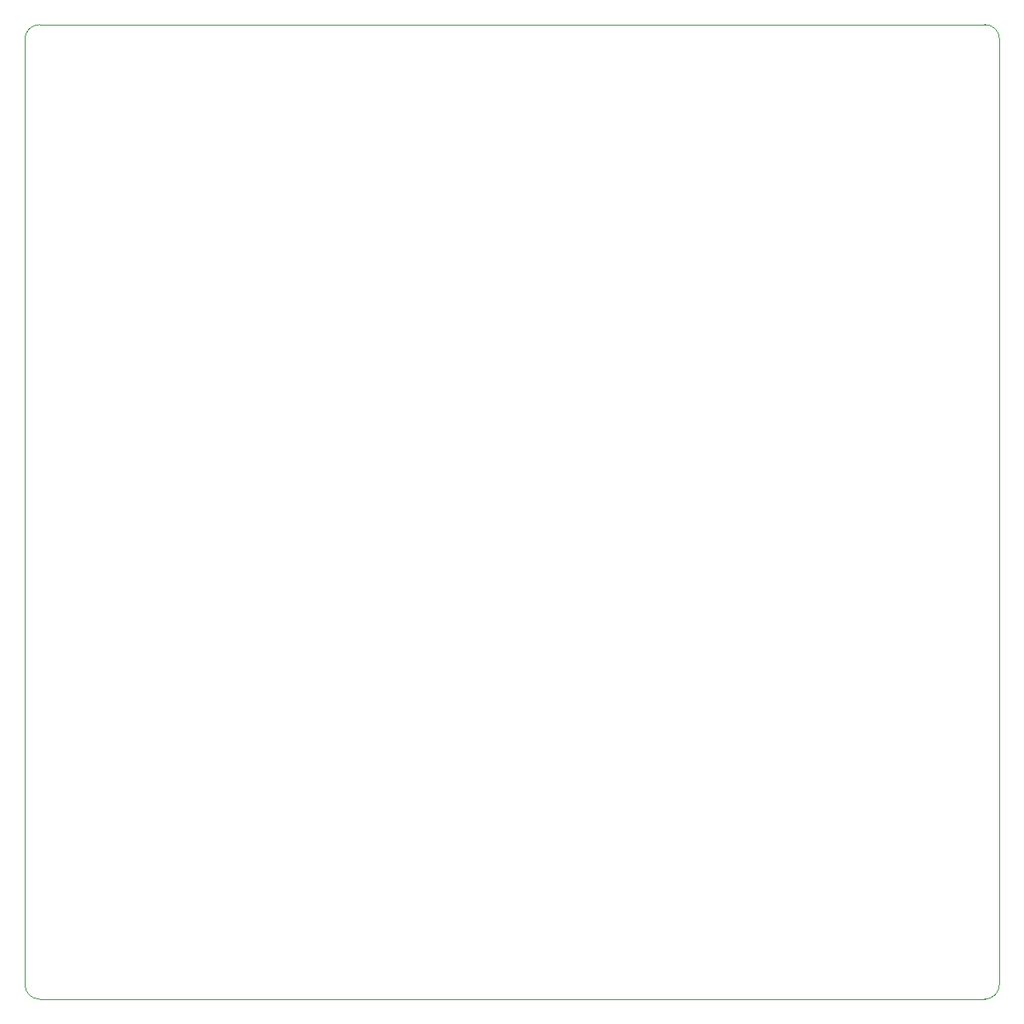
<source format=gbr>
%TF.GenerationSoftware,KiCad,Pcbnew,(7.0.0)*%
%TF.CreationDate,2023-12-08T15:04:05-05:00*%
%TF.ProjectId,Coaster,436f6173-7465-4722-9e6b-696361645f70,rev?*%
%TF.SameCoordinates,Original*%
%TF.FileFunction,Profile,NP*%
%FSLAX46Y46*%
G04 Gerber Fmt 4.6, Leading zero omitted, Abs format (unit mm)*
G04 Created by KiCad (PCBNEW (7.0.0)) date 2023-12-08 15:04:05*
%MOMM*%
%LPD*%
G01*
G04 APERTURE LIST*
%TA.AperFunction,Profile*%
%ADD10C,0.100000*%
%TD*%
G04 APERTURE END LIST*
D10*
X88649867Y-44900621D02*
X88649867Y-141900489D01*
X187149867Y-43400489D02*
X90149999Y-43400489D01*
X188650000Y-141900489D02*
X188650000Y-44900622D01*
X90150000Y-143400622D02*
X187149867Y-143400622D01*
X187149867Y-143400622D02*
G75*
G03*
X188650000Y-141900489I-1J1500134D01*
G01*
X188650000Y-44900622D02*
G75*
G03*
X187149867Y-43400489I-1500134J-1D01*
G01*
X88649867Y-141900489D02*
G75*
G03*
X90150000Y-143400622I1500134J1D01*
G01*
X90149999Y-43400489D02*
G75*
G03*
X88649867Y-44900621I0J-1500132D01*
G01*
M02*

</source>
